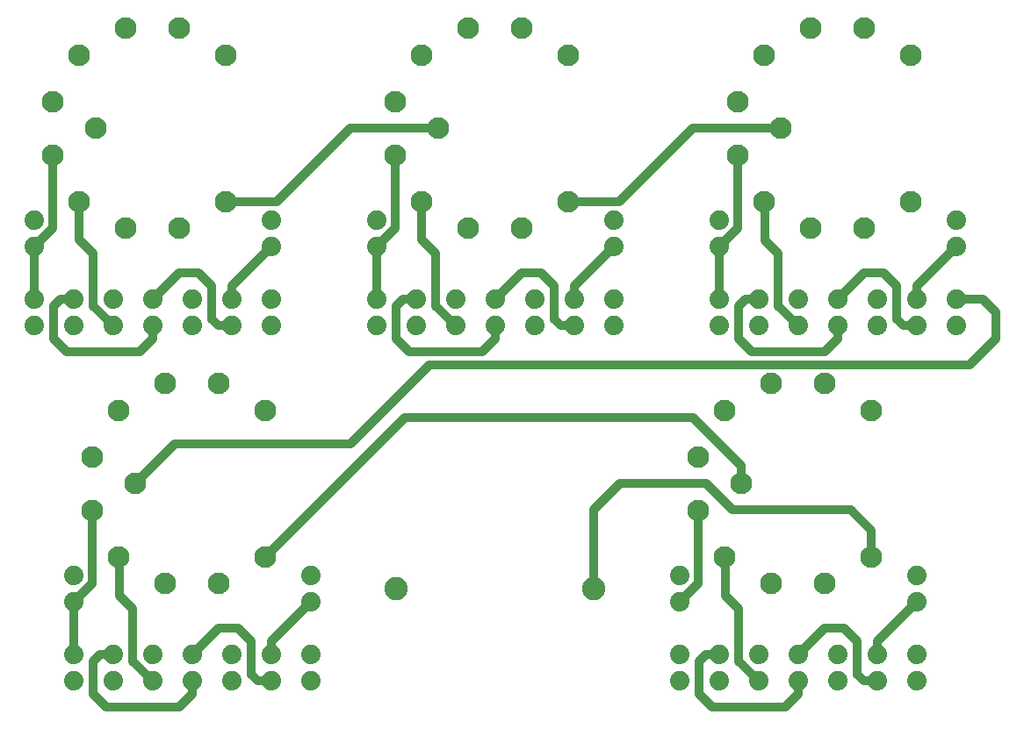
<source format=gbr>
G04 EAGLE Gerber RS-274X export*
G75*
%MOMM*%
%FSLAX34Y34*%
%LPD*%
%INTop Copper*%
%IPPOS*%
%AMOC8*
5,1,8,0,0,1.08239X$1,22.5*%
G01*
%ADD10C,2.100000*%
%ADD11C,1.879600*%
%ADD12C,2.250000*%
%ADD13C,0.812800*%


D10*
X122800Y609600D03*
X248511Y538889D03*
X203682Y513007D03*
X151918Y513007D03*
X107089Y538889D03*
X81207Y583718D03*
X81207Y635482D03*
X107089Y680311D03*
X151918Y706193D03*
X203682Y706193D03*
X248511Y680311D03*
X453000Y609600D03*
X578711Y538889D03*
X533882Y513007D03*
X482118Y513007D03*
X437289Y538889D03*
X411407Y583718D03*
X411407Y635482D03*
X437289Y680311D03*
X482118Y706193D03*
X533882Y706193D03*
X578711Y680311D03*
X783200Y609600D03*
X908911Y538889D03*
X864082Y513007D03*
X812318Y513007D03*
X767489Y538889D03*
X741607Y583718D03*
X741607Y635482D03*
X767489Y680311D03*
X812318Y706193D03*
X864082Y706193D03*
X908911Y680311D03*
X160900Y266700D03*
X286611Y195989D03*
X241782Y170107D03*
X190018Y170107D03*
X145189Y195989D03*
X119307Y240818D03*
X119307Y292582D03*
X145189Y337411D03*
X190018Y363293D03*
X241782Y363293D03*
X286611Y337411D03*
X745100Y266700D03*
X870811Y195989D03*
X825982Y170107D03*
X774218Y170107D03*
X729389Y195989D03*
X703507Y240818D03*
X703507Y292582D03*
X729389Y337411D03*
X774218Y363293D03*
X825982Y363293D03*
X870811Y337411D03*
D11*
X292100Y444500D03*
X292100Y419100D03*
X215900Y444500D03*
X215900Y419100D03*
X139700Y444500D03*
X139700Y419100D03*
X63500Y444500D03*
X63500Y419100D03*
X63500Y520700D03*
X63500Y495300D03*
X101600Y444500D03*
X101600Y419100D03*
X177800Y444500D03*
X177800Y419100D03*
X254000Y444500D03*
X254000Y419100D03*
X292100Y520700D03*
X292100Y495300D03*
X622300Y444500D03*
X622300Y419100D03*
X546100Y444500D03*
X546100Y419100D03*
X469900Y444500D03*
X469900Y419100D03*
X393700Y444500D03*
X393700Y419100D03*
X393700Y520700D03*
X393700Y495300D03*
X431800Y444500D03*
X431800Y419100D03*
X508000Y444500D03*
X508000Y419100D03*
X584200Y444500D03*
X584200Y419100D03*
X622300Y520700D03*
X622300Y495300D03*
X952500Y444500D03*
X952500Y419100D03*
X876300Y444500D03*
X876300Y419100D03*
X800100Y444500D03*
X800100Y419100D03*
X723900Y444500D03*
X723900Y419100D03*
X723900Y520700D03*
X723900Y495300D03*
X762000Y444500D03*
X762000Y419100D03*
X838200Y444500D03*
X838200Y419100D03*
X914400Y444500D03*
X914400Y419100D03*
X952500Y520700D03*
X952500Y495300D03*
X330200Y101600D03*
X330200Y76200D03*
X254000Y101600D03*
X254000Y76200D03*
X177800Y101600D03*
X177800Y76200D03*
X101600Y101600D03*
X101600Y76200D03*
X101600Y177800D03*
X101600Y152400D03*
X139700Y101600D03*
X139700Y76200D03*
X215900Y101600D03*
X215900Y76200D03*
X292100Y101600D03*
X292100Y76200D03*
X330200Y177800D03*
X330200Y152400D03*
X914400Y101600D03*
X914400Y76200D03*
X838200Y101600D03*
X838200Y76200D03*
X762000Y101600D03*
X762000Y76200D03*
X685800Y101600D03*
X685800Y76200D03*
X685800Y177800D03*
X685800Y152400D03*
X723900Y101600D03*
X723900Y76200D03*
X800100Y101600D03*
X800100Y76200D03*
X876300Y101600D03*
X876300Y76200D03*
X914400Y177800D03*
X914400Y152400D03*
D12*
X412750Y165100D03*
X603250Y165100D03*
D13*
X297589Y538889D02*
X248511Y538889D01*
X297589Y538889D02*
X368300Y609600D01*
X453000Y609600D01*
X107089Y538889D02*
X107089Y502511D01*
X120650Y488950D01*
X120650Y438150D01*
X139700Y419100D01*
X81207Y513007D02*
X81207Y583718D01*
X81207Y513007D02*
X63500Y495300D01*
X63500Y444500D01*
X88900Y444500D02*
X101600Y444500D01*
X88900Y444500D02*
X82550Y438150D01*
X82550Y406400D01*
X95250Y393700D01*
X165100Y393700D01*
X177800Y406400D01*
X177800Y419100D01*
X241300Y419100D02*
X254000Y419100D01*
X241300Y419100D02*
X234950Y425450D01*
X234950Y457200D01*
X222250Y469900D01*
X203200Y469900D01*
X177800Y444500D01*
X254000Y444500D02*
X254000Y457200D01*
X292100Y495300D01*
X578711Y538889D02*
X627789Y538889D01*
X698500Y609600D01*
X783200Y609600D01*
X437289Y538889D02*
X437289Y502511D01*
X450850Y488950D01*
X450850Y438150D01*
X469900Y419100D01*
X411407Y513007D02*
X411407Y583718D01*
X411407Y513007D02*
X393700Y495300D01*
X393700Y444500D01*
X419100Y444500D02*
X431800Y444500D01*
X419100Y444500D02*
X412750Y438150D01*
X412750Y406400D01*
X425450Y393700D01*
X495300Y393700D01*
X508000Y406400D01*
X508000Y419100D01*
X571500Y419100D02*
X584200Y419100D01*
X571500Y419100D02*
X565150Y425450D01*
X565150Y457200D01*
X552450Y469900D01*
X533400Y469900D01*
X508000Y444500D01*
X584200Y444500D02*
X584200Y457200D01*
X622300Y495300D01*
X199000Y304800D02*
X160900Y266700D01*
X199000Y304800D02*
X368300Y304800D01*
X444500Y381000D01*
X965200Y381000D01*
X990600Y406400D01*
X990600Y431800D01*
X977900Y444500D01*
X952500Y444500D01*
X768350Y538029D02*
X767489Y538889D01*
X768350Y538029D02*
X768350Y501650D01*
X781050Y488950D01*
X781050Y438150D02*
X800100Y419100D01*
X781050Y438150D02*
X781050Y488950D01*
X741607Y513007D02*
X741607Y583718D01*
X741607Y513007D02*
X723900Y495300D01*
X723900Y444500D01*
X749300Y444500D02*
X762000Y444500D01*
X749300Y444500D02*
X742950Y438150D01*
X742950Y406400D01*
X755650Y393700D01*
X825500Y393700D01*
X838200Y406400D01*
X838200Y419100D01*
X901700Y419100D02*
X914400Y419100D01*
X901700Y419100D02*
X895350Y425450D01*
X895350Y457200D01*
X882650Y469900D01*
X863600Y469900D01*
X838200Y444500D01*
X914400Y444500D02*
X914400Y457200D01*
X952500Y495300D01*
X745100Y283600D02*
X745100Y266700D01*
X745100Y283600D02*
X698500Y330200D01*
X420821Y330200D01*
X286611Y195989D01*
X146050Y195129D02*
X145189Y195989D01*
X146050Y195129D02*
X146050Y158750D01*
X158750Y146050D01*
X158750Y95250D02*
X177800Y76200D01*
X158750Y95250D02*
X158750Y146050D01*
X119307Y170107D02*
X119307Y240818D01*
X119307Y170107D02*
X101600Y152400D01*
X101600Y101600D01*
X127000Y101600D02*
X139700Y101600D01*
X127000Y101600D02*
X120650Y95250D01*
X120650Y63500D01*
X133350Y50800D01*
X203200Y50800D01*
X215900Y63500D01*
X215900Y76200D01*
X279400Y76200D02*
X292100Y76200D01*
X279400Y76200D02*
X273050Y82550D01*
X273050Y114300D01*
X260350Y127000D01*
X241300Y127000D01*
X215900Y101600D01*
X292100Y101600D02*
X292100Y114300D01*
X330200Y152400D01*
X870811Y195989D02*
X870811Y221389D01*
X850900Y241300D01*
X736600Y241300D01*
X711200Y266700D01*
X628650Y266700D01*
X603250Y241300D01*
X603250Y165100D01*
X729389Y195989D02*
X730250Y195129D01*
X730250Y158750D01*
X742950Y146050D01*
X742950Y95250D01*
X762000Y76200D01*
X703507Y170107D02*
X703507Y240818D01*
X703507Y170107D02*
X685800Y152400D01*
X711200Y101600D02*
X723900Y101600D01*
X711200Y101600D02*
X704850Y95250D01*
X704850Y63500D01*
X717550Y50800D01*
X787400Y50800D01*
X800100Y63500D01*
X800100Y76200D01*
X863600Y76200D02*
X876300Y76200D01*
X863600Y76200D02*
X857250Y82550D01*
X857250Y114300D01*
X844550Y127000D01*
X825500Y127000D01*
X800100Y101600D01*
X876300Y101600D02*
X876300Y114300D01*
X914400Y152400D01*
M02*

</source>
